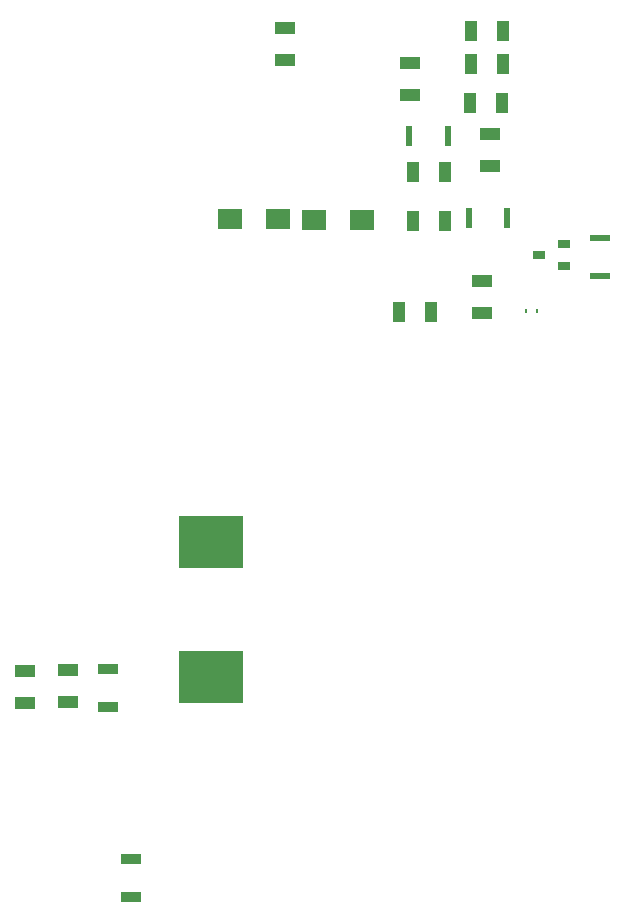
<source format=gtp>
G04*
G04 #@! TF.GenerationSoftware,Altium Limited,Altium Designer,18.0.11 (651)*
G04*
G04 Layer_Color=8421504*
%FSLAX44Y44*%
%MOMM*%
G71*
G01*
G75*
%ADD14R,0.6000X1.7500*%
%ADD15R,1.1000X1.7000*%
%ADD16R,1.7000X1.1000*%
%ADD17R,2.1590X1.7780*%
%ADD18R,1.7500X0.6000*%
%ADD19R,1.0000X0.7000*%
%ADD20R,1.8000X0.8500*%
%ADD21R,5.4000X4.5000*%
%ADD22R,0.2000X0.3000*%
D14*
X1282198Y1535430D02*
D03*
X1314698D02*
D03*
X1231652Y1605026D02*
D03*
X1264152D02*
D03*
D15*
X1283678Y1666494D02*
D03*
X1310678D02*
D03*
X1262164Y1533144D02*
D03*
X1235164D02*
D03*
Y1574800D02*
D03*
X1262164D02*
D03*
X1310424Y1632966D02*
D03*
X1283424D02*
D03*
X1249934Y1456182D02*
D03*
X1222934D02*
D03*
X1310678Y1693672D02*
D03*
X1283678D02*
D03*
D16*
X1231900Y1640256D02*
D03*
Y1667256D02*
D03*
X1126744Y1696504D02*
D03*
Y1669504D02*
D03*
X1299972Y1579842D02*
D03*
Y1606842D02*
D03*
X1292860Y1482382D02*
D03*
Y1455382D02*
D03*
X906272Y1152182D02*
D03*
Y1125182D02*
D03*
X942594Y1152944D02*
D03*
Y1125944D02*
D03*
D17*
X1120394Y1535176D02*
D03*
X1079754D02*
D03*
X1151382Y1534160D02*
D03*
X1192022D02*
D03*
D18*
X1393190Y1518914D02*
D03*
Y1486414D02*
D03*
D19*
X1341796Y1504188D02*
D03*
X1362796Y1513688D02*
D03*
Y1494688D02*
D03*
D20*
X995934Y993388D02*
D03*
Y960888D02*
D03*
X976884Y1121670D02*
D03*
Y1154170D02*
D03*
D21*
X1064006Y1261652D02*
D03*
X1064106Y1146952D02*
D03*
D22*
X1339452Y1456944D02*
D03*
X1330452D02*
D03*
M02*

</source>
